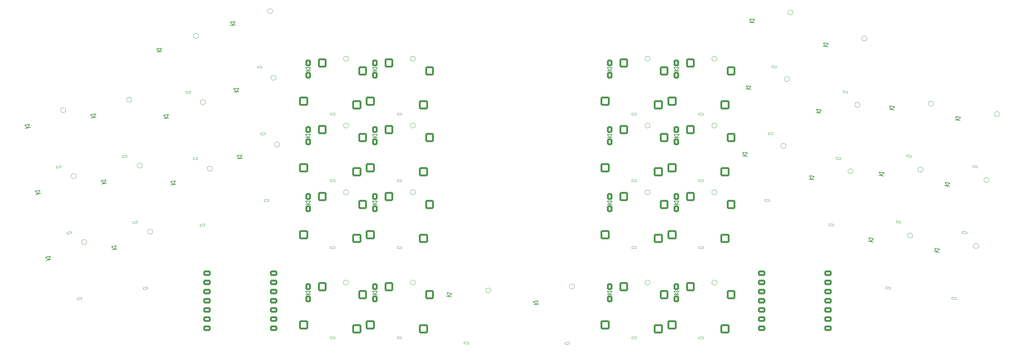
<source format=gbo>
G04 #@! TF.GenerationSoftware,KiCad,Pcbnew,9.0.0*
G04 #@! TF.CreationDate,2025-03-17T20:43:48+03:00*
G04 #@! TF.ProjectId,NIOKR,4e494f4b-522e-46b6-9963-61645f706362,rev?*
G04 #@! TF.SameCoordinates,Original*
G04 #@! TF.FileFunction,Legend,Bot*
G04 #@! TF.FilePolarity,Positive*
%FSLAX46Y46*%
G04 Gerber Fmt 4.6, Leading zero omitted, Abs format (unit mm)*
G04 Created by KiCad (PCBNEW 9.0.0) date 2025-03-17 20:43:48*
%MOMM*%
%LPD*%
G01*
G04 APERTURE LIST*
G04 Aperture macros list*
%AMRoundRect*
0 Rectangle with rounded corners*
0 $1 Rounding radius*
0 $2 $3 $4 $5 $6 $7 $8 $9 X,Y pos of 4 corners*
0 Add a 4 corners polygon primitive as box body*
4,1,4,$2,$3,$4,$5,$6,$7,$8,$9,$2,$3,0*
0 Add four circle primitives for the rounded corners*
1,1,$1+$1,$2,$3*
1,1,$1+$1,$4,$5*
1,1,$1+$1,$6,$7*
1,1,$1+$1,$8,$9*
0 Add four rect primitives between the rounded corners*
20,1,$1+$1,$2,$3,$4,$5,0*
20,1,$1+$1,$4,$5,$6,$7,0*
20,1,$1+$1,$6,$7,$8,$9,0*
20,1,$1+$1,$8,$9,$2,$3,0*%
G04 Aperture macros list end*
%ADD10C,0.100000*%
%ADD11C,0.150000*%
%ADD12C,1.900000*%
%ADD13C,3.000000*%
%ADD14C,5.100000*%
%ADD15RoundRect,0.250000X-0.827343X-1.168815X1.148034X-0.855946X0.827343X1.168815X-1.148034X0.855946X0*%
%ADD16RoundRect,0.250000X0.724663X1.177864X-1.053176X0.896282X-0.724663X-1.177864X1.053176X-0.896282X0*%
%ADD17RoundRect,0.250000X-1.000000X-1.025000X1.000000X-1.025000X1.000000X1.025000X-1.000000X1.025000X0*%
%ADD18RoundRect,0.250000X0.900000X1.050000X-0.900000X1.050000X-0.900000X-1.050000X0.900000X-1.050000X0*%
%ADD19RoundRect,0.250000X-1.052274X-0.971259X0.944985X-1.075931X1.052274X0.971259X-0.944985X1.075931X0*%
%ADD20RoundRect,0.250000X0.953719X1.001459X-0.843814X1.095663X-0.953719X-1.001459X0.843814X-1.095663X0*%
%ADD21RoundRect,0.250000X-1.101664X-0.914856X0.887380X-1.123913X1.101664X0.914856X-0.887380X1.123913X0*%
%ADD22RoundRect,0.250000X1.004825X0.950172X-0.785315X1.138324X-1.004825X-0.950172X0.785315X-1.138324X0*%
%ADD23RoundRect,0.250000X-1.148034X-0.855946X0.827343X-1.168815X1.148034X0.855946X-0.827343X1.168815X0*%
%ADD24RoundRect,0.250000X1.053176X0.896282X-0.724663X1.177864X-1.053176X-0.896282X0.724663X-1.177864X0*%
%ADD25RoundRect,0.250000X-0.944985X-1.075931X1.052274X-0.971259X0.944985X1.075931X-1.052274X0.971259X0*%
%ADD26RoundRect,0.250000X0.843814X1.095663X-0.953719X1.001459X-0.843814X-1.095663X0.953719X-1.001459X0*%
%ADD27RoundRect,0.250000X-0.887380X-1.123913X1.101664X-0.914856X0.887380X1.123913X-1.101664X0.914856X0*%
%ADD28RoundRect,0.250000X0.785315X1.138324X-1.004825X0.950172X-0.785315X-1.138324X1.004825X-0.950172X0*%
%ADD29C,0.600000*%
%ADD30RoundRect,0.250000X0.500000X-0.650000X0.500000X0.650000X-0.500000X0.650000X-0.500000X-0.650000X0*%
%ADD31RoundRect,0.250000X0.595527X-0.563780X0.392162X0.720215X-0.595527X0.563780X-0.392162X-0.720215X0*%
%ADD32RoundRect,0.250000X0.392162X-0.720215X0.595527X0.563780X-0.392162X0.720215X-0.595527X-0.563780X0*%
%ADD33RoundRect,0.250000X0.465296X-0.675277X0.533333X0.622941X-0.465296X0.675277X-0.533333X-0.622941X0*%
%ADD34RoundRect,0.250000X0.565204X-0.594175X0.429317X0.698703X-0.565204X0.594175X-0.429317X-0.698703X0*%
%ADD35RoundRect,0.250000X0.429317X-0.698703X0.565204X0.594175X-0.429317X0.698703X-0.565204X-0.594175X0*%
%ADD36RoundRect,0.250000X-0.750000X-0.525000X0.750000X-0.525000X0.750000X0.525000X-0.750000X0.525000X0*%
%ADD37RoundRect,0.250000X0.533333X-0.622941X0.465296X0.675277X-0.533333X0.622941X-0.465296X-0.675277X0*%
%ADD38C,2.540000*%
%ADD39C,0.900000*%
G04 APERTURE END LIST*
D10*
G04 #@! TO.C,R-S20*
X221866976Y-184897588D02*
X220632366Y-185093131D01*
X220554148Y-184599287D01*
X221788759Y-184403744D01*
X221866976Y-184897588D01*
X223229164Y-169057196D02*
G75*
G02*
X221814952Y-169057196I-707106J0D01*
G01*
X221814952Y-169057196D02*
G75*
G02*
X223229164Y-169057196I707106J0D01*
G01*
G04 #@! TO.C,R-S19*
X239125000Y-183000000D02*
X240375000Y-183000000D01*
X240375000Y-183500000D01*
X239125000Y-183500000D01*
X239125000Y-183000000D01*
X244207107Y-167957107D02*
G75*
G02*
X242792893Y-167957107I-707107J0D01*
G01*
X242792893Y-167957107D02*
G75*
G02*
X244207107Y-167957107I707107J0D01*
G01*
G04 #@! TO.C,R-S18*
X257625000Y-183000000D02*
X258875000Y-183000000D01*
X258875000Y-183500000D01*
X257625000Y-183500000D01*
X257625000Y-183000000D01*
X262707107Y-167957107D02*
G75*
G02*
X261292893Y-167957107I-707107J0D01*
G01*
X261292893Y-167957107D02*
G75*
G02*
X262707107Y-167957107I707107J0D01*
G01*
G04 #@! TO.C,R-S17*
X239125000Y-158000000D02*
X240375000Y-158000000D01*
X240375000Y-158500000D01*
X239125000Y-158500000D01*
X239125000Y-158000000D01*
X244207107Y-142957107D02*
G75*
G02*
X242792893Y-142957107I-707107J0D01*
G01*
X242792893Y-142957107D02*
G75*
G02*
X244207107Y-142957107I707107J0D01*
G01*
G04 #@! TO.C,R-S16*
X257625000Y-158000000D02*
X258875000Y-158000000D01*
X258875000Y-158500000D01*
X257625000Y-158500000D01*
X257625000Y-158000000D01*
X262707107Y-142957107D02*
G75*
G02*
X261292893Y-142957107I-707107J0D01*
G01*
X261292893Y-142957107D02*
G75*
G02*
X262707107Y-142957107I707107J0D01*
G01*
G04 #@! TO.C,R-S15*
X277190798Y-144939462D02*
X277164630Y-145438777D01*
X275916344Y-145373357D01*
X275942512Y-144874042D01*
X277190798Y-144939462D01*
X281805907Y-130080735D02*
G75*
G02*
X280391693Y-130080735I-707107J0D01*
G01*
X280391693Y-130080735D02*
G75*
G02*
X281805907Y-130080735I707107J0D01*
G01*
G04 #@! TO.C,R-S14*
X294992518Y-151757873D02*
X294940254Y-152255134D01*
X293697101Y-152124474D01*
X293749366Y-151627213D01*
X294992518Y-151757873D01*
X300379917Y-137124038D02*
G75*
G02*
X298965701Y-137124038I-707108J0D01*
G01*
X298965701Y-137124038D02*
G75*
G02*
X300379917Y-137124038I707108J0D01*
G01*
G04 #@! TO.C,R-S13*
X310726307Y-169301670D02*
X310648090Y-169795514D01*
X309413480Y-169599971D01*
X309491697Y-169106127D01*
X310726307Y-169301670D01*
X316873167Y-154932837D02*
G75*
G02*
X315458953Y-154932837I-707107J0D01*
G01*
X315458953Y-154932837D02*
G75*
G02*
X316873167Y-154932837I707107J0D01*
G01*
G04 #@! TO.C,R-S12*
X328998507Y-172195670D02*
X328920290Y-172689514D01*
X327685680Y-172493971D01*
X327763897Y-172000127D01*
X328998507Y-172195670D01*
X335145367Y-157826837D02*
G75*
G02*
X333731153Y-157826837I-707107J0D01*
G01*
X333731153Y-157826837D02*
G75*
G02*
X335145367Y-157826837I707107J0D01*
G01*
G04 #@! TO.C,R-S11*
X239125000Y-139500000D02*
X240375000Y-139500000D01*
X240375000Y-140000000D01*
X239125000Y-140000000D01*
X239125000Y-139500000D01*
X244207107Y-124457107D02*
G75*
G02*
X242792893Y-124457107I-707107J0D01*
G01*
X242792893Y-124457107D02*
G75*
G02*
X244207107Y-124457107I707107J0D01*
G01*
G04 #@! TO.C,R-S10*
X257625000Y-139500000D02*
X258875000Y-139500000D01*
X258875000Y-140000000D01*
X257625000Y-140000000D01*
X257625000Y-139500000D01*
X262707107Y-124457107D02*
G75*
G02*
X261292893Y-124457107I-707107J0D01*
G01*
X261292893Y-124457107D02*
G75*
G02*
X262707107Y-124457107I707107J0D01*
G01*
G04 #@! TO.C,R-S9*
X278158998Y-126464862D02*
X278132830Y-126964177D01*
X276884544Y-126898757D01*
X276910712Y-126399442D01*
X278158998Y-126464862D01*
X282774107Y-111606135D02*
G75*
G02*
X281359893Y-111606135I-707107J0D01*
G01*
X281359893Y-111606135D02*
G75*
G02*
X282774107Y-111606135I707107J0D01*
G01*
G04 #@! TO.C,R-S8*
X296926318Y-133359273D02*
X296874054Y-133856534D01*
X295630901Y-133725874D01*
X295683166Y-133228613D01*
X296926318Y-133359273D01*
X302313717Y-118725438D02*
G75*
G02*
X300899501Y-118725438I-707108J0D01*
G01*
X300899501Y-118725438D02*
G75*
G02*
X302313717Y-118725438I707108J0D01*
G01*
G04 #@! TO.C,R-S7*
X313620307Y-151029470D02*
X313542090Y-151523314D01*
X312307480Y-151327771D01*
X312385697Y-150833927D01*
X313620307Y-151029470D01*
X319767167Y-136660637D02*
G75*
G02*
X318352953Y-136660637I-707107J0D01*
G01*
X318352953Y-136660637D02*
G75*
G02*
X319767167Y-136660637I707107J0D01*
G01*
G04 #@! TO.C,R-S6*
X331892607Y-153923470D02*
X331814390Y-154417314D01*
X330579780Y-154221771D01*
X330657997Y-153727927D01*
X331892607Y-153923470D01*
X338039467Y-139554637D02*
G75*
G02*
X336625253Y-139554637I-707107J0D01*
G01*
X336625253Y-139554637D02*
G75*
G02*
X338039467Y-139554637I707107J0D01*
G01*
G04 #@! TO.C,R-S5*
X239125000Y-121000000D02*
X240375000Y-121000000D01*
X240375000Y-121500000D01*
X239125000Y-121500000D01*
X239125000Y-121000000D01*
X244207107Y-105957107D02*
G75*
G02*
X242792893Y-105957107I-707107J0D01*
G01*
X242792893Y-105957107D02*
G75*
G02*
X244207107Y-105957107I707107J0D01*
G01*
G04 #@! TO.C,R-S4*
X257625000Y-121000000D02*
X258875000Y-121000000D01*
X258875000Y-121500000D01*
X257625000Y-121500000D01*
X257625000Y-121000000D01*
X262707107Y-105957107D02*
G75*
G02*
X261292893Y-105957107I-707107J0D01*
G01*
X261292893Y-105957107D02*
G75*
G02*
X262707107Y-105957107I707107J0D01*
G01*
G04 #@! TO.C,R-S3*
X279127198Y-107990162D02*
X279101030Y-108489477D01*
X277852744Y-108424057D01*
X277878912Y-107924742D01*
X279127198Y-107990162D01*
X283742307Y-93131435D02*
G75*
G02*
X282328093Y-93131435I-707107J0D01*
G01*
X282328093Y-93131435D02*
G75*
G02*
X283742307Y-93131435I707107J0D01*
G01*
G04 #@! TO.C,R-S2*
X298860018Y-114960573D02*
X298807754Y-115457834D01*
X297564601Y-115327174D01*
X297616866Y-114829913D01*
X298860018Y-114960573D01*
X304247417Y-100326738D02*
G75*
G02*
X302833201Y-100326738I-707108J0D01*
G01*
X302833201Y-100326738D02*
G75*
G02*
X304247417Y-100326738I707108J0D01*
G01*
G04 #@! TO.C,R-S1*
X316514407Y-132757170D02*
X316436190Y-133251014D01*
X315201580Y-133055471D01*
X315279797Y-132561627D01*
X316514407Y-132757170D01*
X322661267Y-118388337D02*
G75*
G02*
X321247053Y-118388337I-707107J0D01*
G01*
X321247053Y-118388337D02*
G75*
G02*
X322661267Y-118388337I707107J0D01*
G01*
G04 #@! TO.C,R-S0*
X334786607Y-135651270D02*
X334708390Y-136145114D01*
X333473780Y-135949571D01*
X333551997Y-135455727D01*
X334786607Y-135651270D01*
X340933467Y-121282437D02*
G75*
G02*
X339519253Y-121282437I-707107J0D01*
G01*
X339519253Y-121282437D02*
G75*
G02*
X340933467Y-121282437I707107J0D01*
G01*
G04 #@! TO.C,L-S20*
X193952007Y-184521070D02*
X193873790Y-185014914D01*
X192639180Y-184819371D01*
X192717397Y-184325527D01*
X193952007Y-184521070D01*
X200098867Y-170152237D02*
G75*
G02*
X198684653Y-170152237I-707107J0D01*
G01*
X198684653Y-170152237D02*
G75*
G02*
X200098867Y-170152237I707107J0D01*
G01*
G04 #@! TO.C,L-S19*
X174125000Y-183000000D02*
X175375000Y-183000000D01*
X175375000Y-183500000D01*
X174125000Y-183500000D01*
X174125000Y-183000000D01*
X179207107Y-167957107D02*
G75*
G02*
X177792893Y-167957107I-707107J0D01*
G01*
X177792893Y-167957107D02*
G75*
G02*
X179207107Y-167957107I707107J0D01*
G01*
G04 #@! TO.C,L-S18*
X155625000Y-183000000D02*
X156875000Y-183000000D01*
X156875000Y-183500000D01*
X155625000Y-183500000D01*
X155625000Y-183000000D01*
X160707107Y-167957107D02*
G75*
G02*
X159292893Y-167957107I-707107J0D01*
G01*
X159292893Y-167957107D02*
G75*
G02*
X160707107Y-167957107I707107J0D01*
G01*
G04 #@! TO.C,L-S17*
X174125000Y-158000000D02*
X175375000Y-158000000D01*
X175375000Y-158500000D01*
X174125000Y-158500000D01*
X174125000Y-158000000D01*
X179207107Y-142957107D02*
G75*
G02*
X177792893Y-142957107I-707107J0D01*
G01*
X177792893Y-142957107D02*
G75*
G02*
X179207107Y-142957107I707107J0D01*
G01*
G04 #@! TO.C,L-S16*
X155625000Y-158000000D02*
X156875000Y-158000000D01*
X156875000Y-158500000D01*
X155625000Y-158500000D01*
X155625000Y-158000000D01*
X160707107Y-142957107D02*
G75*
G02*
X159292893Y-142957107I-707107J0D01*
G01*
X159292893Y-142957107D02*
G75*
G02*
X160707107Y-142957107I707107J0D01*
G01*
G04 #@! TO.C,L-S15*
X138584342Y-145399525D02*
X137336055Y-145464945D01*
X137309887Y-144965630D01*
X138558174Y-144900210D01*
X138584342Y-145399525D01*
X141598714Y-129714383D02*
G75*
G02*
X140184500Y-129714383I-707107J0D01*
G01*
X140184500Y-129714383D02*
G75*
G02*
X141598714Y-129714383I707107J0D01*
G01*
G04 #@! TO.C,L-S14*
X120805638Y-152176738D02*
X119562485Y-152307399D01*
X119510221Y-151810138D01*
X120753373Y-151679477D01*
X120805638Y-152176738D01*
X122995951Y-136392339D02*
G75*
G02*
X121581737Y-136392339I-707107J0D01*
G01*
X121581737Y-136392339D02*
G75*
G02*
X122995951Y-136392339I707107J0D01*
G01*
G04 #@! TO.C,L-S13*
X105092676Y-169678188D02*
X103858066Y-169873731D01*
X103779848Y-169379887D01*
X105014459Y-169184344D01*
X105092676Y-169678188D01*
X106454864Y-153837796D02*
G75*
G02*
X105040652Y-153837796I-707106J0D01*
G01*
X105040652Y-153837796D02*
G75*
G02*
X106454864Y-153837796I707106J0D01*
G01*
G04 #@! TO.C,L-S12*
X86820476Y-172572188D02*
X85585866Y-172767731D01*
X85507648Y-172273887D01*
X86742259Y-172078344D01*
X86820476Y-172572188D01*
X88182664Y-156731796D02*
G75*
G02*
X86768452Y-156731796I-707106J0D01*
G01*
X86768452Y-156731796D02*
G75*
G02*
X88182664Y-156731796I707106J0D01*
G01*
G04 #@! TO.C,L-S11*
X174125000Y-139500000D02*
X175375000Y-139500000D01*
X175375000Y-140000000D01*
X174125000Y-140000000D01*
X174125000Y-139500000D01*
X179207107Y-124457107D02*
G75*
G02*
X177792893Y-124457107I-707107J0D01*
G01*
X177792893Y-124457107D02*
G75*
G02*
X179207107Y-124457107I707107J0D01*
G01*
G04 #@! TO.C,L-S10*
X155625000Y-139500000D02*
X156875000Y-139500000D01*
X156875000Y-140000000D01*
X155625000Y-140000000D01*
X155625000Y-139500000D01*
X160707107Y-124457107D02*
G75*
G02*
X159292893Y-124457107I-707107J0D01*
G01*
X159292893Y-124457107D02*
G75*
G02*
X160707107Y-124457107I707107J0D01*
G01*
G04 #@! TO.C,L-S9*
X137616142Y-126924925D02*
X136367855Y-126990345D01*
X136341687Y-126491030D01*
X137589974Y-126425610D01*
X137616142Y-126924925D01*
X140630514Y-111239783D02*
G75*
G02*
X139216300Y-111239783I-707107J0D01*
G01*
X139216300Y-111239783D02*
G75*
G02*
X140630514Y-111239783I707107J0D01*
G01*
G04 #@! TO.C,L-S8*
X118871838Y-133778138D02*
X117628685Y-133908799D01*
X117576421Y-133411538D01*
X118819573Y-133280877D01*
X118871838Y-133778138D01*
X121062151Y-117993739D02*
G75*
G02*
X119647937Y-117993739I-707107J0D01*
G01*
X119647937Y-117993739D02*
G75*
G02*
X121062151Y-117993739I707107J0D01*
G01*
G04 #@! TO.C,L-S7*
X102198676Y-151405988D02*
X100964066Y-151601531D01*
X100885848Y-151107687D01*
X102120459Y-150912144D01*
X102198676Y-151405988D01*
X103560864Y-135565596D02*
G75*
G02*
X102146652Y-135565596I-707106J0D01*
G01*
X102146652Y-135565596D02*
G75*
G02*
X103560864Y-135565596I707106J0D01*
G01*
G04 #@! TO.C,L-S6*
X83926376Y-154299988D02*
X82691766Y-154495531D01*
X82613548Y-154001687D01*
X83848159Y-153806144D01*
X83926376Y-154299988D01*
X85288564Y-138459596D02*
G75*
G02*
X83874352Y-138459596I-707106J0D01*
G01*
X83874352Y-138459596D02*
G75*
G02*
X85288564Y-138459596I707106J0D01*
G01*
G04 #@! TO.C,L-S5*
X174125000Y-121000000D02*
X175375000Y-121000000D01*
X175375000Y-121500000D01*
X174125000Y-121500000D01*
X174125000Y-121000000D01*
X179207107Y-105957107D02*
G75*
G02*
X177792893Y-105957107I-707107J0D01*
G01*
X177792893Y-105957107D02*
G75*
G02*
X179207107Y-105957107I707107J0D01*
G01*
G04 #@! TO.C,L-S4*
X155625000Y-121000000D02*
X156875000Y-121000000D01*
X156875000Y-121500000D01*
X155625000Y-121500000D01*
X155625000Y-121000000D01*
X160707107Y-105957107D02*
G75*
G02*
X159292893Y-105957107I-707107J0D01*
G01*
X159292893Y-105957107D02*
G75*
G02*
X160707107Y-105957107I707107J0D01*
G01*
G04 #@! TO.C,L-S3*
X136647942Y-108450225D02*
X135399655Y-108515645D01*
X135373487Y-108016330D01*
X136621774Y-107950910D01*
X136647942Y-108450225D01*
X139662314Y-92765083D02*
G75*
G02*
X138248100Y-92765083I-707107J0D01*
G01*
X138248100Y-92765083D02*
G75*
G02*
X139662314Y-92765083I707107J0D01*
G01*
G04 #@! TO.C,L-S2*
X116938138Y-115379438D02*
X115694985Y-115510099D01*
X115642721Y-115012838D01*
X116885873Y-114882177D01*
X116938138Y-115379438D01*
X119128451Y-99595039D02*
G75*
G02*
X117714237Y-99595039I-707107J0D01*
G01*
X117714237Y-99595039D02*
G75*
G02*
X119128451Y-99595039I707107J0D01*
G01*
G04 #@! TO.C,L-S1*
X99304576Y-133133688D02*
X98069966Y-133329231D01*
X97991748Y-132835387D01*
X99226359Y-132639844D01*
X99304576Y-133133688D01*
X100666764Y-117293296D02*
G75*
G02*
X99252552Y-117293296I-707106J0D01*
G01*
X99252552Y-117293296D02*
G75*
G02*
X100666764Y-117293296I707106J0D01*
G01*
G04 #@! TO.C,L-S0*
X81032376Y-136027788D02*
X79797766Y-136223331D01*
X79719548Y-135729487D01*
X80954159Y-135533944D01*
X81032376Y-136027788D01*
X82394564Y-120187396D02*
G75*
G02*
X80980352Y-120187396I-707106J0D01*
G01*
X80980352Y-120187396D02*
G75*
G02*
X82394564Y-120187396I707106J0D01*
G01*
D11*
G04 #@! TO.C,R-D16*
X252200000Y-146300000D02*
X250800000Y-146300000D01*
X251500000Y-146300000D02*
X252200000Y-145400000D01*
X252200000Y-145400000D02*
X250800000Y-145400000D01*
X250800000Y-145400000D02*
X251500000Y-146300000D01*
G04 #@! TO.C,L-D11*
X168700000Y-127800000D02*
X167300000Y-127800000D01*
X168000000Y-127800000D02*
X168700000Y-126900000D01*
X168700000Y-126900000D02*
X167300000Y-126900000D01*
X167300000Y-126900000D02*
X168000000Y-127800000D01*
G04 #@! TO.C,L-D6*
X75425099Y-143294440D02*
X74042335Y-143513448D01*
X74733717Y-143403944D02*
X75284308Y-142405521D01*
X75284308Y-142405521D02*
X73901544Y-142624529D01*
X73901544Y-142624529D02*
X74733717Y-143403944D01*
G04 #@! TO.C,R-D13*
X305963765Y-156701548D02*
X304581001Y-156482540D01*
X305272383Y-156592044D02*
X306104556Y-155812629D01*
X306104556Y-155812629D02*
X304721792Y-155593621D01*
X304721792Y-155593621D02*
X305272383Y-156592044D01*
G04 #@! TO.C,R-D15*
X271137273Y-132906150D02*
X269739191Y-132832880D01*
X270438232Y-132869515D02*
X271184375Y-132007383D01*
X271184375Y-132007383D02*
X269786294Y-131934113D01*
X269786294Y-131934113D02*
X270438232Y-132869515D01*
G04 #@! TO.C,L-D8*
X110958230Y-122342691D02*
X109565899Y-122489031D01*
X110262064Y-122415861D02*
X110864154Y-121447621D01*
X110864154Y-121447621D02*
X109471823Y-121593961D01*
X109471823Y-121593961D02*
X110262064Y-122415861D01*
G04 #@! TO.C,R-D17*
X233700000Y-146300000D02*
X232300000Y-146300000D01*
X233000000Y-146300000D02*
X233700000Y-145400000D01*
X233700000Y-145400000D02*
X232300000Y-145400000D01*
X232300000Y-145400000D02*
X233000000Y-146300000D01*
G04 #@! TO.C,L-D7*
X93697299Y-140400340D02*
X92314535Y-140619348D01*
X93005917Y-140509844D02*
X93556508Y-139511421D01*
X93556508Y-139511421D02*
X92173744Y-139730429D01*
X92173744Y-139730429D02*
X93005917Y-140509844D01*
G04 #@! TO.C,R-D1*
X311751865Y-120157048D02*
X310369101Y-119938040D01*
X311060483Y-120047544D02*
X311892656Y-119268129D01*
X311892656Y-119268129D02*
X310509892Y-119049121D01*
X310509892Y-119049121D02*
X311060483Y-120047544D01*
G04 #@! TO.C,L-D19*
X168700000Y-171300000D02*
X167300000Y-171300000D01*
X168000000Y-171300000D02*
X168700000Y-170400000D01*
X168700000Y-170400000D02*
X167300000Y-170400000D01*
X167300000Y-170400000D02*
X168000000Y-171300000D01*
G04 #@! TO.C,L-D4*
X150200000Y-109300000D02*
X148800000Y-109300000D01*
X149500000Y-109300000D02*
X150200000Y-108400000D01*
X150200000Y-108400000D02*
X148800000Y-108400000D01*
X148800000Y-108400000D02*
X149500000Y-109300000D01*
G04 #@! TO.C,L-D1*
X90803299Y-122128140D02*
X89420535Y-122347148D01*
X90111917Y-122237644D02*
X90662508Y-121239221D01*
X90662508Y-121239221D02*
X89279744Y-121458229D01*
X89279744Y-121458229D02*
X90111917Y-122237644D01*
G04 #@! TO.C,R-D20*
X213365599Y-173892040D02*
X211982835Y-174111048D01*
X212674217Y-174001544D02*
X213224808Y-173003121D01*
X213224808Y-173003121D02*
X211842044Y-173222129D01*
X211842044Y-173222129D02*
X212674217Y-174001544D01*
G04 #@! TO.C,R-D9*
X272105473Y-114431550D02*
X270707391Y-114358280D01*
X271406432Y-114394915D02*
X272152575Y-113532783D01*
X272152575Y-113532783D02*
X270754494Y-113459513D01*
X270754494Y-113459513D02*
X271406432Y-114394915D01*
G04 #@! TO.C,R-D14*
X289577101Y-139424231D02*
X288184770Y-139277891D01*
X288880936Y-139351061D02*
X289671177Y-138529161D01*
X289671177Y-138529161D02*
X288278846Y-138382821D01*
X288278846Y-138382821D02*
X288880936Y-139351061D01*
G04 #@! TO.C,R-D03*
X273073773Y-95956850D02*
X271675691Y-95883580D01*
X272374732Y-95920215D02*
X273120875Y-95058083D01*
X273120875Y-95058083D02*
X271722794Y-94984813D01*
X271722794Y-94984813D02*
X272374732Y-95920215D01*
G04 #@! TO.C,R-D19*
X233700000Y-171300000D02*
X232300000Y-171300000D01*
X233000000Y-171300000D02*
X233700000Y-170400000D01*
X233700000Y-170400000D02*
X232300000Y-170400000D01*
X232300000Y-170400000D02*
X233000000Y-171300000D01*
G04 #@! TO.C,R-D18*
X252200000Y-171300000D02*
X250800000Y-171300000D01*
X251500000Y-171300000D02*
X252200000Y-170400000D01*
X252200000Y-170400000D02*
X250800000Y-170400000D01*
X250800000Y-170400000D02*
X251500000Y-171300000D01*
G04 #@! TO.C,L-D9*
X130311809Y-115090980D02*
X128913727Y-115164250D01*
X129612768Y-115127615D02*
X130264706Y-114192213D01*
X130264706Y-114192213D02*
X128866625Y-114265483D01*
X128866625Y-114265483D02*
X129612768Y-115127615D01*
G04 #@! TO.C,L-D3*
X129343509Y-96616280D02*
X127945427Y-96689550D01*
X128644468Y-96652915D02*
X129296406Y-95717513D01*
X129296406Y-95717513D02*
X127898325Y-95790783D01*
X127898325Y-95790783D02*
X128644468Y-96652915D01*
G04 #@! TO.C,L-D12*
X78319099Y-161566640D02*
X76936335Y-161785648D01*
X77627717Y-161676144D02*
X78178308Y-160677721D01*
X78178308Y-160677721D02*
X76795544Y-160896729D01*
X76795544Y-160896729D02*
X77627717Y-161676144D01*
G04 #@! TO.C,L-D20*
X189189465Y-171920948D02*
X187806701Y-171701940D01*
X188498083Y-171811444D02*
X189330256Y-171032029D01*
X189330256Y-171032029D02*
X187947492Y-170813021D01*
X187947492Y-170813021D02*
X188498083Y-171811444D01*
G04 #@! TO.C,R-D5*
X233700000Y-109300000D02*
X232300000Y-109300000D01*
X233000000Y-109300000D02*
X233700000Y-108400000D01*
X233700000Y-108400000D02*
X232300000Y-108400000D01*
X232300000Y-108400000D02*
X233000000Y-109300000D01*
G04 #@! TO.C,L-D17*
X168700000Y-146300000D02*
X167300000Y-146300000D01*
X168000000Y-146300000D02*
X168700000Y-145400000D01*
X168700000Y-145400000D02*
X167300000Y-145400000D01*
X167300000Y-145400000D02*
X168000000Y-146300000D01*
G04 #@! TO.C,L-D14*
X112891930Y-140741291D02*
X111499599Y-140887631D01*
X112195764Y-140814461D02*
X112797854Y-139846221D01*
X112797854Y-139846221D02*
X111405523Y-139992561D01*
X111405523Y-139992561D02*
X112195764Y-140814461D01*
G04 #@! TO.C,R-D11*
X233700000Y-127800000D02*
X232300000Y-127800000D01*
X233000000Y-127800000D02*
X233700000Y-126900000D01*
X233700000Y-126900000D02*
X232300000Y-126900000D01*
X232300000Y-126900000D02*
X233000000Y-127800000D01*
G04 #@! TO.C,L-D15*
X131280009Y-133565580D02*
X129881927Y-133638850D01*
X130580968Y-133602215D02*
X131232906Y-132666813D01*
X131232906Y-132666813D02*
X129834825Y-132740083D01*
X129834825Y-132740083D02*
X130580968Y-133602215D01*
G04 #@! TO.C,R-D2*
X293444601Y-102626931D02*
X292052270Y-102480591D01*
X292748436Y-102553761D02*
X293538677Y-101731861D01*
X293538677Y-101731861D02*
X292146346Y-101585521D01*
X292146346Y-101585521D02*
X292748436Y-102553761D01*
G04 #@! TO.C,R-D8*
X291510801Y-121025631D02*
X290118470Y-120879291D01*
X290814636Y-120952461D02*
X291604877Y-120130561D01*
X291604877Y-120130561D02*
X290212546Y-119984221D01*
X290212546Y-119984221D02*
X290814636Y-120952461D01*
G04 #@! TO.C,L-D2*
X109024430Y-103943991D02*
X107632099Y-104090331D01*
X108328264Y-104017161D02*
X108930354Y-103048921D01*
X108930354Y-103048921D02*
X107538023Y-103195261D01*
X107538023Y-103195261D02*
X108328264Y-104017161D01*
G04 #@! TO.C,R-D4*
X252200000Y-109300000D02*
X250800000Y-109300000D01*
X251500000Y-109300000D02*
X252200000Y-108400000D01*
X252200000Y-108400000D02*
X250800000Y-108400000D01*
X250800000Y-108400000D02*
X251500000Y-109300000D01*
G04 #@! TO.C,R-D7*
X308857765Y-138429248D02*
X307475001Y-138210240D01*
X308166383Y-138319744D02*
X308998556Y-137540329D01*
X308998556Y-137540329D02*
X307615792Y-137321321D01*
X307615792Y-137321321D02*
X308166383Y-138319744D01*
G04 #@! TO.C,L-D16*
X150200000Y-146300000D02*
X148800000Y-146300000D01*
X149500000Y-146300000D02*
X150200000Y-145400000D01*
X150200000Y-145400000D02*
X148800000Y-145400000D01*
X148800000Y-145400000D02*
X149500000Y-146300000D01*
G04 #@! TO.C,L-D13*
X96591399Y-158672540D02*
X95208635Y-158891548D01*
X95900017Y-158782044D02*
X96450608Y-157783621D01*
X96450608Y-157783621D02*
X95067844Y-158002629D01*
X95067844Y-158002629D02*
X95900017Y-158782044D01*
G04 #@! TO.C,R-D12*
X324235965Y-159595548D02*
X322853201Y-159376540D01*
X323544583Y-159486044D02*
X324376756Y-158706629D01*
X324376756Y-158706629D02*
X322993992Y-158487621D01*
X322993992Y-158487621D02*
X323544583Y-159486044D01*
G04 #@! TO.C,L-D18*
X150200000Y-171300000D02*
X148800000Y-171300000D01*
X149500000Y-171300000D02*
X150200000Y-170400000D01*
X150200000Y-170400000D02*
X148800000Y-170400000D01*
X148800000Y-170400000D02*
X149500000Y-171300000D01*
G04 #@! TO.C,R-D10*
X252200000Y-127800000D02*
X250800000Y-127800000D01*
X251500000Y-127800000D02*
X252200000Y-126900000D01*
X252200000Y-126900000D02*
X250800000Y-126900000D01*
X250800000Y-126900000D02*
X251500000Y-127800000D01*
G04 #@! TO.C,L-D0*
X72530999Y-125022140D02*
X71148235Y-125241148D01*
X71839617Y-125131644D02*
X72390208Y-124133221D01*
X72390208Y-124133221D02*
X71007444Y-124352229D01*
X71007444Y-124352229D02*
X71839617Y-125131644D01*
G04 #@! TO.C,L-D10*
X150200000Y-127800000D02*
X148800000Y-127800000D01*
X149500000Y-127800000D02*
X150200000Y-126900000D01*
X150200000Y-126900000D02*
X148800000Y-126900000D01*
X148800000Y-126900000D02*
X149500000Y-127800000D01*
G04 #@! TO.C,R-D0*
X330024065Y-123051048D02*
X328641301Y-122832040D01*
X329332683Y-122941544D02*
X330164856Y-122162129D01*
X330164856Y-122162129D02*
X328782092Y-121943121D01*
X328782092Y-121943121D02*
X329332683Y-122941544D01*
G04 #@! TO.C,R-D6*
X327130065Y-141323348D02*
X325747301Y-141104340D01*
X326438683Y-141213844D02*
X327270856Y-140434429D01*
X327270856Y-140434429D02*
X325888092Y-140215421D01*
X325888092Y-140215421D02*
X326438683Y-141213844D01*
G04 #@! TO.C,L-D5*
X168700000Y-109300000D02*
X167300000Y-109300000D01*
X168000000Y-109300000D02*
X168700000Y-108400000D01*
X168700000Y-108400000D02*
X167300000Y-108400000D01*
X167300000Y-108400000D02*
X168000000Y-109300000D01*
G04 #@! TD*
%LPC*%
D12*
G04 #@! TO.C,R-S20*
X214734614Y-177421290D03*
D13*
X216556313Y-181891347D03*
X219243937Y-170733539D03*
D14*
X220166900Y-176560900D03*
D13*
X223634388Y-181833378D03*
X224526534Y-172124281D03*
D12*
X225599186Y-175700510D03*
D15*
X227436988Y-181231106D03*
D16*
X227588368Y-171639334D03*
D15*
X212753713Y-182493620D03*
D16*
X216182103Y-171218486D03*
G04 #@! TD*
D12*
G04 #@! TO.C,R-S19*
X234500000Y-175000000D03*
D13*
X235600000Y-179700000D03*
X240000000Y-169100000D03*
D14*
X240000000Y-175000000D03*
D13*
X242600000Y-180750000D03*
X245000000Y-171300000D03*
D12*
X245500000Y-175000000D03*
D17*
X246450000Y-180750000D03*
D18*
X248100000Y-171300000D03*
D17*
X231750000Y-179700000D03*
D18*
X236900000Y-169100000D03*
G04 #@! TD*
D12*
G04 #@! TO.C,R-S18*
X253000000Y-175000000D03*
D13*
X254100000Y-179700000D03*
X258500000Y-169100000D03*
D14*
X258500000Y-175000000D03*
D13*
X261100000Y-180750000D03*
X263500000Y-171300000D03*
D12*
X264000000Y-175000000D03*
D17*
X264950000Y-180750000D03*
D18*
X266600000Y-171300000D03*
D17*
X250250000Y-179700000D03*
D18*
X255400000Y-169100000D03*
G04 #@! TD*
D12*
G04 #@! TO.C,R-S17*
X234500000Y-150000000D03*
D13*
X235600000Y-154700000D03*
X240000000Y-144100000D03*
D14*
X240000000Y-150000000D03*
D13*
X242600000Y-155750000D03*
X245000000Y-146300000D03*
D12*
X245500000Y-150000000D03*
D17*
X246450000Y-155750000D03*
D18*
X248100000Y-146300000D03*
D17*
X231750000Y-154700000D03*
D18*
X236900000Y-144100000D03*
G04 #@! TD*
D12*
G04 #@! TO.C,R-S16*
X253000000Y-150000000D03*
D13*
X254100000Y-154700000D03*
X258500000Y-144100000D03*
D14*
X258500000Y-150000000D03*
D13*
X261100000Y-155750000D03*
X263500000Y-146300000D03*
D12*
X264000000Y-150000000D03*
D17*
X264950000Y-155750000D03*
D18*
X266600000Y-146300000D03*
D17*
X250250000Y-154700000D03*
D18*
X255400000Y-144100000D03*
G04 #@! TD*
D12*
G04 #@! TO.C,R-S15*
X271742538Y-136642952D03*
D13*
X272595051Y-141394081D03*
X277543782Y-131038886D03*
D14*
X277235000Y-136930800D03*
D13*
X279530505Y-142808993D03*
X282421791Y-133497551D03*
D12*
X282727462Y-137218648D03*
D19*
X283375229Y-143010487D03*
D20*
X285517542Y-133659792D03*
D19*
X268750327Y-141192587D03*
D20*
X274448031Y-130876644D03*
G04 #@! TD*
D12*
G04 #@! TO.C,R-S14*
X289985930Y-143187593D03*
D13*
X290588620Y-147976828D03*
X296072518Y-137894821D03*
D14*
X295455800Y-143762500D03*
D13*
X297440518Y-149752775D03*
X300815165Y-140605411D03*
D12*
X300925670Y-144337407D03*
D21*
X301269428Y-150155209D03*
D22*
X303898183Y-140929450D03*
D21*
X286759711Y-147574393D03*
D22*
X292989500Y-137570783D03*
G04 #@! TD*
D12*
G04 #@! TO.C,R-S13*
X306175114Y-160481110D03*
D13*
X306526329Y-165295324D03*
X312530363Y-155514139D03*
D14*
X311607400Y-161341500D03*
D13*
X313275892Y-167427438D03*
X317124649Y-158469225D03*
D12*
X317039686Y-162201890D03*
D23*
X317078492Y-168029710D03*
D24*
X320186483Y-158954172D03*
D23*
X302723729Y-164693051D03*
D24*
X309468529Y-155029192D03*
G04 #@! TD*
D12*
G04 #@! TO.C,R-S12*
X324447314Y-163375110D03*
D13*
X324798529Y-168189324D03*
X330802563Y-158408139D03*
D14*
X329879600Y-164235500D03*
D13*
X331548092Y-170321438D03*
X335396849Y-161363225D03*
D12*
X335311886Y-165095890D03*
D23*
X335350692Y-170923710D03*
D24*
X338458683Y-161848172D03*
D23*
X320995929Y-167587051D03*
D24*
X327740729Y-157923192D03*
G04 #@! TD*
D12*
G04 #@! TO.C,R-S11*
X234500000Y-131500000D03*
D13*
X235600000Y-136200000D03*
X240000000Y-125600000D03*
D14*
X240000000Y-131500000D03*
D13*
X242600000Y-137250000D03*
X245000000Y-127800000D03*
D12*
X245500000Y-131500000D03*
D17*
X246450000Y-137250000D03*
D18*
X248100000Y-127800000D03*
D17*
X231750000Y-136200000D03*
D18*
X236900000Y-125600000D03*
G04 #@! TD*
D12*
G04 #@! TO.C,R-S10*
X253000000Y-131500000D03*
D13*
X254100000Y-136200000D03*
X258500000Y-125600000D03*
D14*
X258500000Y-131500000D03*
D13*
X261100000Y-137250000D03*
X263500000Y-127800000D03*
D12*
X264000000Y-131500000D03*
D17*
X264950000Y-137250000D03*
D18*
X266600000Y-127800000D03*
D17*
X250250000Y-136200000D03*
D18*
X255400000Y-125600000D03*
G04 #@! TD*
D12*
G04 #@! TO.C,R-S9*
X272710738Y-118168352D03*
D13*
X273563251Y-122919481D03*
X278511982Y-112564286D03*
D14*
X278203200Y-118456200D03*
D13*
X280498705Y-124334393D03*
X283389991Y-115022951D03*
D12*
X283695662Y-118744048D03*
D19*
X284343429Y-124535887D03*
D20*
X286485742Y-115185192D03*
D19*
X269718527Y-122717987D03*
D20*
X275416231Y-112402044D03*
G04 #@! TD*
D12*
G04 #@! TO.C,R-S8*
X291919730Y-124788993D03*
D13*
X292522420Y-129578228D03*
X298006318Y-119496221D03*
D14*
X297389600Y-125363900D03*
D13*
X299374318Y-131354175D03*
X302748965Y-122206811D03*
D12*
X302859470Y-125938807D03*
D21*
X303203228Y-131756609D03*
D22*
X305831983Y-122530850D03*
D21*
X288693511Y-129175793D03*
D22*
X294923300Y-119172183D03*
G04 #@! TD*
D12*
G04 #@! TO.C,R-S7*
X309069114Y-142208910D03*
D13*
X309420329Y-147023124D03*
X315424363Y-137241939D03*
D14*
X314501400Y-143069300D03*
D13*
X316169892Y-149155238D03*
X320018649Y-140197025D03*
D12*
X319933686Y-143929690D03*
D23*
X319972492Y-149757510D03*
D24*
X323080483Y-140681972D03*
D23*
X305617729Y-146420851D03*
D24*
X312362529Y-136756992D03*
G04 #@! TD*
D12*
G04 #@! TO.C,R-S6*
X327341414Y-145102910D03*
D13*
X327692629Y-149917124D03*
X333696663Y-140135939D03*
D14*
X332773700Y-145963300D03*
D13*
X334442192Y-152049238D03*
X338290949Y-143091025D03*
D12*
X338205986Y-146823690D03*
D23*
X338244792Y-152651510D03*
D24*
X341352783Y-143575972D03*
D23*
X323890029Y-149314851D03*
D24*
X330634829Y-139650992D03*
G04 #@! TD*
D12*
G04 #@! TO.C,R-S5*
X234500000Y-113000000D03*
D13*
X235600000Y-117700000D03*
X240000000Y-107100000D03*
D14*
X240000000Y-113000000D03*
D13*
X242600000Y-118750000D03*
X245000000Y-109300000D03*
D12*
X245500000Y-113000000D03*
D17*
X246450000Y-118750000D03*
D18*
X248100000Y-109300000D03*
D17*
X231750000Y-117700000D03*
D18*
X236900000Y-107100000D03*
G04 #@! TD*
D12*
G04 #@! TO.C,R-S4*
X253000000Y-113000000D03*
D13*
X254100000Y-117700000D03*
X258500000Y-107100000D03*
D14*
X258500000Y-113000000D03*
D13*
X261100000Y-118750000D03*
X263500000Y-109300000D03*
D12*
X264000000Y-113000000D03*
D17*
X264950000Y-118750000D03*
D18*
X266600000Y-109300000D03*
D17*
X250250000Y-117700000D03*
D18*
X255400000Y-107100000D03*
G04 #@! TD*
D12*
G04 #@! TO.C,R-S3*
X273678938Y-99693652D03*
D13*
X274531451Y-104444781D03*
X279480182Y-94089586D03*
D14*
X279171400Y-99981500D03*
D13*
X281466905Y-105859693D03*
X284358191Y-96548251D03*
D12*
X284663862Y-100269348D03*
D19*
X285311629Y-106061187D03*
D20*
X287453942Y-96710492D03*
D19*
X270686727Y-104243287D03*
D20*
X276384431Y-93927344D03*
G04 #@! TD*
D12*
G04 #@! TO.C,R-S2*
X293853430Y-106390293D03*
D13*
X294456120Y-111179528D03*
X299940018Y-101097521D03*
D14*
X299323300Y-106965200D03*
D13*
X301308018Y-112955475D03*
X304682665Y-103808111D03*
D12*
X304793170Y-107540107D03*
D21*
X305136928Y-113357909D03*
D22*
X307765683Y-104132150D03*
D21*
X290627211Y-110777093D03*
D22*
X296857000Y-100773483D03*
G04 #@! TD*
D12*
G04 #@! TO.C,R-S1*
X311963214Y-123936610D03*
D13*
X312314429Y-128750824D03*
X318318463Y-118969639D03*
D14*
X317395500Y-124797000D03*
D13*
X319063992Y-130882938D03*
X322912749Y-121924725D03*
D12*
X322827786Y-125657390D03*
D23*
X322866592Y-131485210D03*
D24*
X325974583Y-122409672D03*
D23*
X308511829Y-128148551D03*
D24*
X315256629Y-118484692D03*
G04 #@! TD*
D12*
G04 #@! TO.C,R-S0*
X330235414Y-126830710D03*
D13*
X330586629Y-131644924D03*
X336590663Y-121863739D03*
D14*
X335667700Y-127691100D03*
D13*
X337336192Y-133777038D03*
X341184949Y-124818825D03*
D12*
X341099986Y-128551490D03*
D23*
X341138792Y-134379310D03*
D24*
X344246783Y-125303772D03*
D23*
X326784029Y-131042651D03*
D24*
X333528829Y-121378792D03*
G04 #@! TD*
D12*
G04 #@! TO.C,L-S20*
X189400814Y-175700510D03*
D13*
X189752029Y-180514724D03*
X195756063Y-170733539D03*
D14*
X194833100Y-176560900D03*
D13*
X196501592Y-182646838D03*
X200350349Y-173688625D03*
D12*
X200265386Y-177421290D03*
D23*
X200304192Y-183249110D03*
D24*
X203412183Y-174173572D03*
D23*
X185949429Y-179912451D03*
D24*
X192694229Y-170248592D03*
G04 #@! TD*
D12*
G04 #@! TO.C,L-S19*
X169500000Y-175000000D03*
D13*
X170600000Y-179700000D03*
X175000000Y-169100000D03*
D14*
X175000000Y-175000000D03*
D13*
X177600000Y-180750000D03*
X180000000Y-171300000D03*
D12*
X180500000Y-175000000D03*
D17*
X181450000Y-180750000D03*
D18*
X183100000Y-171300000D03*
D17*
X166750000Y-179700000D03*
D18*
X171900000Y-169100000D03*
G04 #@! TD*
D12*
G04 #@! TO.C,L-S18*
X151000000Y-175000000D03*
D13*
X152100000Y-179700000D03*
X156500000Y-169100000D03*
D14*
X156500000Y-175000000D03*
D13*
X159100000Y-180750000D03*
X161500000Y-171300000D03*
D12*
X162000000Y-175000000D03*
D17*
X162950000Y-180750000D03*
D18*
X164600000Y-171300000D03*
D17*
X148250000Y-179700000D03*
D18*
X153400000Y-169100000D03*
G04 #@! TD*
D12*
G04 #@! TO.C,L-S17*
X169500000Y-150000000D03*
D13*
X170600000Y-154700000D03*
X175000000Y-144100000D03*
D14*
X175000000Y-150000000D03*
D13*
X177600000Y-155750000D03*
X180000000Y-146300000D03*
D12*
X180500000Y-150000000D03*
D17*
X181450000Y-155750000D03*
D18*
X183100000Y-146300000D03*
D17*
X166750000Y-154700000D03*
D18*
X171900000Y-144100000D03*
G04 #@! TD*
D12*
G04 #@! TO.C,L-S16*
X151000000Y-150000000D03*
D13*
X152100000Y-154700000D03*
X156500000Y-144100000D03*
D14*
X156500000Y-150000000D03*
D13*
X159100000Y-155750000D03*
X161500000Y-146300000D03*
D12*
X162000000Y-150000000D03*
D17*
X162950000Y-155750000D03*
D18*
X164600000Y-146300000D03*
D17*
X148250000Y-154700000D03*
D18*
X153400000Y-144100000D03*
G04 #@! TD*
D12*
G04 #@! TO.C,L-S15*
X132272538Y-137218648D03*
D13*
X133617009Y-141854637D03*
X137456218Y-131038886D03*
D14*
X137765000Y-136930800D03*
D13*
X140662369Y-142536846D03*
X142564505Y-132974191D03*
D12*
X143257462Y-136642952D03*
D25*
X144507092Y-142335353D03*
D26*
X145660256Y-132811949D03*
D25*
X129772285Y-142056130D03*
D26*
X134360466Y-131201127D03*
G04 #@! TD*
D12*
G04 #@! TO.C,L-S14*
X114074330Y-144337407D03*
D13*
X115659587Y-148896678D03*
X118927482Y-137894821D03*
D14*
X119544200Y-143762500D03*
D13*
X122730996Y-149209227D03*
X124130054Y-139560127D03*
D12*
X125014070Y-143187593D03*
D27*
X126559905Y-148806792D03*
D28*
X127213072Y-139236088D03*
D27*
X111830678Y-149299113D03*
D28*
X115844464Y-138218859D03*
G04 #@! TD*
D12*
G04 #@! TO.C,L-S13*
X97960314Y-162201890D03*
D13*
X99782013Y-166671947D03*
X102469637Y-155514139D03*
D14*
X103392600Y-161341500D03*
D13*
X106860088Y-166613978D03*
X107752234Y-156904881D03*
D12*
X108824886Y-160481110D03*
D15*
X110662688Y-166011706D03*
D16*
X110814068Y-156419934D03*
D15*
X95979413Y-167274220D03*
D16*
X99407803Y-155999086D03*
G04 #@! TD*
D12*
G04 #@! TO.C,L-S12*
X79688114Y-165095890D03*
D13*
X81509813Y-169565947D03*
X84197437Y-158408139D03*
D14*
X85120400Y-164235500D03*
D13*
X88587888Y-169507978D03*
X89480034Y-159798881D03*
D12*
X90552686Y-163375110D03*
D15*
X92390488Y-168905706D03*
D16*
X92541868Y-159313934D03*
D15*
X77707213Y-170168220D03*
D16*
X81135603Y-158893086D03*
G04 #@! TD*
D12*
G04 #@! TO.C,L-S11*
X169500000Y-131500000D03*
D13*
X170600000Y-136200000D03*
X175000000Y-125600000D03*
D14*
X175000000Y-131500000D03*
D13*
X177600000Y-137250000D03*
X180000000Y-127800000D03*
D12*
X180500000Y-131500000D03*
D17*
X181450000Y-137250000D03*
D18*
X183100000Y-127800000D03*
D17*
X166750000Y-136200000D03*
D18*
X171900000Y-125600000D03*
G04 #@! TD*
D12*
G04 #@! TO.C,L-S10*
X151000000Y-131500000D03*
D13*
X152100000Y-136200000D03*
X156500000Y-125600000D03*
D14*
X156500000Y-131500000D03*
D13*
X159100000Y-137250000D03*
X161500000Y-127800000D03*
D12*
X162000000Y-131500000D03*
D17*
X162950000Y-137250000D03*
D18*
X164600000Y-127800000D03*
D17*
X148250000Y-136200000D03*
D18*
X153400000Y-125600000D03*
G04 #@! TD*
D12*
G04 #@! TO.C,L-S9*
X131304338Y-118744048D03*
D13*
X132648809Y-123380037D03*
X136488018Y-112564286D03*
D14*
X136796800Y-118456200D03*
D13*
X139694169Y-124062246D03*
X141596305Y-114499591D03*
D12*
X142289262Y-118168352D03*
D25*
X143538892Y-123860753D03*
D26*
X144692056Y-114337349D03*
D25*
X128804085Y-123581530D03*
D26*
X133392266Y-112726527D03*
G04 #@! TD*
D12*
G04 #@! TO.C,L-S8*
X112140530Y-125938807D03*
D13*
X113725787Y-130498078D03*
X116993682Y-119496221D03*
D14*
X117610400Y-125363900D03*
D13*
X120797196Y-130810627D03*
X122196254Y-121161527D03*
D12*
X123080270Y-124788993D03*
D27*
X124626105Y-130408192D03*
D28*
X125279272Y-120837488D03*
D27*
X109896878Y-130900513D03*
D28*
X113910664Y-119820259D03*
G04 #@! TD*
D12*
G04 #@! TO.C,L-S7*
X95066314Y-143929690D03*
D13*
X96888013Y-148399747D03*
X99575637Y-137241939D03*
D14*
X100498600Y-143069300D03*
D13*
X103966088Y-148341778D03*
X104858234Y-138632681D03*
D12*
X105930886Y-142208910D03*
D15*
X107768688Y-147739506D03*
D16*
X107920068Y-138147734D03*
D15*
X93085413Y-149002020D03*
D16*
X96513803Y-137726886D03*
G04 #@! TD*
D12*
G04 #@! TO.C,L-S6*
X76794014Y-146823690D03*
D13*
X78615713Y-151293747D03*
X81303337Y-140135939D03*
D14*
X82226300Y-145963300D03*
D13*
X85693788Y-151235778D03*
X86585934Y-141526681D03*
D12*
X87658586Y-145102910D03*
D15*
X89496388Y-150633506D03*
D16*
X89647768Y-141041734D03*
D15*
X74813113Y-151896020D03*
D16*
X78241503Y-140620886D03*
G04 #@! TD*
D12*
G04 #@! TO.C,L-S5*
X169500000Y-113000000D03*
D13*
X170600000Y-117700000D03*
X175000000Y-107100000D03*
D14*
X175000000Y-113000000D03*
D13*
X177600000Y-118750000D03*
X180000000Y-109300000D03*
D12*
X180500000Y-113000000D03*
D17*
X181450000Y-118750000D03*
D18*
X183100000Y-109300000D03*
D17*
X166750000Y-117700000D03*
D18*
X171900000Y-107100000D03*
G04 #@! TD*
D12*
G04 #@! TO.C,L-S4*
X151000000Y-113000000D03*
D13*
X152100000Y-117700000D03*
X156500000Y-107100000D03*
D14*
X156500000Y-113000000D03*
D13*
X159100000Y-118750000D03*
X161500000Y-109300000D03*
D12*
X162000000Y-113000000D03*
D17*
X162950000Y-118750000D03*
D18*
X164600000Y-109300000D03*
D17*
X148250000Y-117700000D03*
D18*
X153400000Y-107100000D03*
G04 #@! TD*
D12*
G04 #@! TO.C,L-S3*
X130336138Y-100269348D03*
D13*
X131680609Y-104905337D03*
X135519818Y-94089586D03*
D14*
X135828600Y-99981500D03*
D13*
X138725969Y-105587546D03*
X140628105Y-96024891D03*
D12*
X141321062Y-99693652D03*
D25*
X142570692Y-105386053D03*
D26*
X143723856Y-95862649D03*
D25*
X127835885Y-105106830D03*
D26*
X132424066Y-94251827D03*
G04 #@! TD*
D12*
G04 #@! TO.C,L-S2*
X110206830Y-107540107D03*
D13*
X111792087Y-112099378D03*
X115059982Y-101097521D03*
D14*
X115676700Y-106965200D03*
D13*
X118863496Y-112411927D03*
X120262554Y-102762827D03*
D12*
X121146570Y-106390293D03*
D27*
X122692405Y-112009492D03*
D28*
X123345572Y-102438788D03*
D27*
X107963178Y-112501813D03*
D28*
X111976964Y-101421559D03*
G04 #@! TD*
D12*
G04 #@! TO.C,L-S1*
X92172214Y-125657390D03*
D13*
X93993913Y-130127447D03*
X96681537Y-118969639D03*
D14*
X97604500Y-124797000D03*
D13*
X101071988Y-130069478D03*
X101964134Y-120360381D03*
D12*
X103036786Y-123936610D03*
D15*
X104874588Y-129467206D03*
D16*
X105025968Y-119875434D03*
D15*
X90191313Y-130729720D03*
D16*
X93619703Y-119454586D03*
G04 #@! TD*
D12*
G04 #@! TO.C,L-S0*
X73900014Y-128551490D03*
D13*
X75721713Y-133021547D03*
X78409337Y-121863739D03*
D14*
X79332300Y-127691100D03*
D13*
X82799788Y-132963578D03*
X83691934Y-123254481D03*
D12*
X84764586Y-126830710D03*
D15*
X86602388Y-132361306D03*
D16*
X86753768Y-122769534D03*
D15*
X71919113Y-133623820D03*
D16*
X75347503Y-122348686D03*
G04 #@! TD*
D29*
G04 #@! TO.C,mbites3*
X230000000Y-122439400D03*
X230000000Y-123439400D03*
X230000000Y-124439400D03*
X230000000Y-125439400D03*
X230000000Y-126439400D03*
X230000000Y-127439400D03*
G04 #@! TD*
G04 #@! TO.C,mbites4*
X230000000Y-140439400D03*
X230000000Y-141439400D03*
X230000000Y-142439400D03*
X230000000Y-143439400D03*
X230000000Y-144439400D03*
X230000000Y-145439400D03*
G04 #@! TD*
G04 #@! TO.C,mbites2*
X185000000Y-140439400D03*
X185000000Y-141439400D03*
X185000000Y-142439400D03*
X185000000Y-143439400D03*
X185000000Y-144439400D03*
X185000000Y-145439400D03*
G04 #@! TD*
G04 #@! TO.C,mbites1*
X185000000Y-122439400D03*
X185000000Y-123439400D03*
X185000000Y-124439400D03*
X185000000Y-125439400D03*
X185000000Y-126439400D03*
X185000000Y-127439400D03*
G04 #@! TD*
D30*
G04 #@! TO.C,R-D16*
X251500000Y-147500000D03*
X251500000Y-144100000D03*
G04 #@! TD*
G04 #@! TO.C,L-D11*
X168000000Y-129000000D03*
X168000000Y-125600000D03*
G04 #@! TD*
D31*
G04 #@! TO.C,L-D6*
X74921439Y-144589170D03*
X74389561Y-141231030D03*
G04 #@! TD*
D32*
G04 #@! TO.C,R-D13*
X305084661Y-157777270D03*
X305616539Y-154419130D03*
G04 #@! TD*
D33*
G04 #@! TO.C,R-D15*
X270375429Y-134067870D03*
X270553371Y-130672530D03*
G04 #@! TD*
D34*
G04 #@! TO.C,L-D8*
X110387498Y-123609287D03*
X110032102Y-120227913D03*
G04 #@! TD*
D30*
G04 #@! TO.C,R-D17*
X233000000Y-147500000D03*
X233000000Y-144100000D03*
G04 #@! TD*
D31*
G04 #@! TO.C,L-D7*
X93193639Y-141695070D03*
X92661761Y-138336930D03*
G04 #@! TD*
D32*
G04 #@! TO.C,R-D1*
X310872761Y-121232770D03*
X311404639Y-117874630D03*
G04 #@! TD*
D30*
G04 #@! TO.C,L-D19*
X168000000Y-172500000D03*
X168000000Y-169100000D03*
G04 #@! TD*
G04 #@! TO.C,L-D4*
X149500000Y-110500000D03*
X149500000Y-107100000D03*
G04 #@! TD*
D31*
G04 #@! TO.C,L-D1*
X90299639Y-123422870D03*
X89767761Y-120064730D03*
G04 #@! TD*
G04 #@! TO.C,R-D20*
X212861939Y-175186770D03*
X212330061Y-171828630D03*
G04 #@! TD*
D33*
G04 #@! TO.C,R-D9*
X271343629Y-115593270D03*
X271521571Y-112197930D03*
G04 #@! TD*
D35*
G04 #@! TO.C,R-D14*
X288755502Y-140544487D03*
X289110898Y-137163113D03*
G04 #@! TD*
D33*
G04 #@! TO.C,R-D03*
X272311929Y-97118570D03*
X272489871Y-93723230D03*
G04 #@! TD*
D36*
G04 #@! TO.C,U1*
X121521000Y-180633700D03*
X121521000Y-178093700D03*
X121521000Y-175553700D03*
X121521000Y-173013700D03*
X121521000Y-170473700D03*
X121521000Y-167933700D03*
X121521000Y-165393700D03*
X139921000Y-180633700D03*
X139921000Y-178093700D03*
X139921000Y-175553700D03*
X139921000Y-173013700D03*
X139921000Y-170473700D03*
X139921000Y-167933700D03*
X139921000Y-165393700D03*
G04 #@! TD*
D30*
G04 #@! TO.C,R-D19*
X233000000Y-172500000D03*
X233000000Y-169100000D03*
G04 #@! TD*
G04 #@! TO.C,R-D18*
X251500000Y-172500000D03*
X251500000Y-169100000D03*
G04 #@! TD*
D37*
G04 #@! TO.C,L-D9*
X129675571Y-116325970D03*
X129497629Y-112930630D03*
G04 #@! TD*
G04 #@! TO.C,L-D3*
X128707271Y-97851270D03*
X128529329Y-94455930D03*
G04 #@! TD*
D31*
G04 #@! TO.C,L-D12*
X77815439Y-162861370D03*
X77283561Y-159503230D03*
G04 #@! TD*
D32*
G04 #@! TO.C,L-D20*
X188310361Y-172996670D03*
X188842239Y-169638530D03*
G04 #@! TD*
D30*
G04 #@! TO.C,R-D5*
X233000000Y-110500000D03*
X233000000Y-107100000D03*
G04 #@! TD*
G04 #@! TO.C,L-D17*
X168000000Y-147500000D03*
X168000000Y-144100000D03*
G04 #@! TD*
D34*
G04 #@! TO.C,L-D14*
X112321198Y-142007887D03*
X111965802Y-138626513D03*
G04 #@! TD*
D30*
G04 #@! TO.C,R-D11*
X233000000Y-129000000D03*
X233000000Y-125600000D03*
G04 #@! TD*
D37*
G04 #@! TO.C,L-D15*
X130643771Y-134800570D03*
X130465829Y-131405230D03*
G04 #@! TD*
D35*
G04 #@! TO.C,R-D2*
X292623002Y-103747187D03*
X292978398Y-100365813D03*
G04 #@! TD*
G04 #@! TO.C,R-D8*
X290689202Y-122145887D03*
X291044598Y-118764513D03*
G04 #@! TD*
D34*
G04 #@! TO.C,L-D2*
X108453698Y-105210587D03*
X108098302Y-101829213D03*
G04 #@! TD*
D30*
G04 #@! TO.C,R-D4*
X251500000Y-110500000D03*
X251500000Y-107100000D03*
G04 #@! TD*
D32*
G04 #@! TO.C,R-D7*
X307978661Y-139504970D03*
X308510539Y-136146830D03*
G04 #@! TD*
D30*
G04 #@! TO.C,L-D16*
X149500000Y-147500000D03*
X149500000Y-144100000D03*
G04 #@! TD*
D31*
G04 #@! TO.C,L-D13*
X96087739Y-159967270D03*
X95555861Y-156609130D03*
G04 #@! TD*
D32*
G04 #@! TO.C,R-D12*
X323356861Y-160671270D03*
X323888739Y-157313130D03*
G04 #@! TD*
D30*
G04 #@! TO.C,L-D18*
X149500000Y-172500000D03*
X149500000Y-169100000D03*
G04 #@! TD*
G04 #@! TO.C,R-D10*
X251500000Y-129000000D03*
X251500000Y-125600000D03*
G04 #@! TD*
D36*
G04 #@! TO.C,U2*
X275079000Y-180633700D03*
X275079000Y-178093700D03*
X275079000Y-175553700D03*
X275079000Y-173013700D03*
X275079000Y-170473700D03*
X275079000Y-167933700D03*
X275079000Y-165393700D03*
X293479000Y-180633700D03*
X293479000Y-178093700D03*
X293479000Y-175553700D03*
X293479000Y-173013700D03*
X293479000Y-170473700D03*
X293479000Y-167933700D03*
X293479000Y-165393700D03*
G04 #@! TD*
D31*
G04 #@! TO.C,L-D0*
X72027339Y-126316870D03*
X71495461Y-122958730D03*
G04 #@! TD*
D30*
G04 #@! TO.C,L-D10*
X149500000Y-129000000D03*
X149500000Y-125600000D03*
G04 #@! TD*
D32*
G04 #@! TO.C,R-D0*
X329144961Y-124126770D03*
X329676839Y-120768630D03*
G04 #@! TD*
G04 #@! TO.C,R-D6*
X326250961Y-142399070D03*
X326782839Y-139040930D03*
G04 #@! TD*
D30*
G04 #@! TO.C,L-D5*
X168000000Y-110500000D03*
X168000000Y-107100000D03*
G04 #@! TD*
D38*
G04 #@! TO.C,L-GND1*
X139811000Y-148529800D03*
G04 #@! TD*
G04 #@! TO.C,R-BAT+1*
X281189000Y-148620800D03*
G04 #@! TD*
G04 #@! TO.C,L-BAT+2*
X117631000Y-173013700D03*
G04 #@! TD*
G04 #@! TO.C,R-BAT+2*
X271189000Y-173013700D03*
G04 #@! TD*
G04 #@! TO.C,L-BAT+1*
X133811000Y-148529800D03*
G04 #@! TD*
G04 #@! TO.C,R-GND1*
X275189000Y-148620800D03*
G04 #@! TD*
D39*
G04 #@! TO.C,L-PSW1*
X80628160Y-180970977D03*
X80208241Y-178000091D03*
G04 #@! TD*
G04 #@! TO.C,R-PSW1*
X334284102Y-178254850D03*
X333765414Y-181210093D03*
G04 #@! TD*
%LPD*%
M02*

</source>
